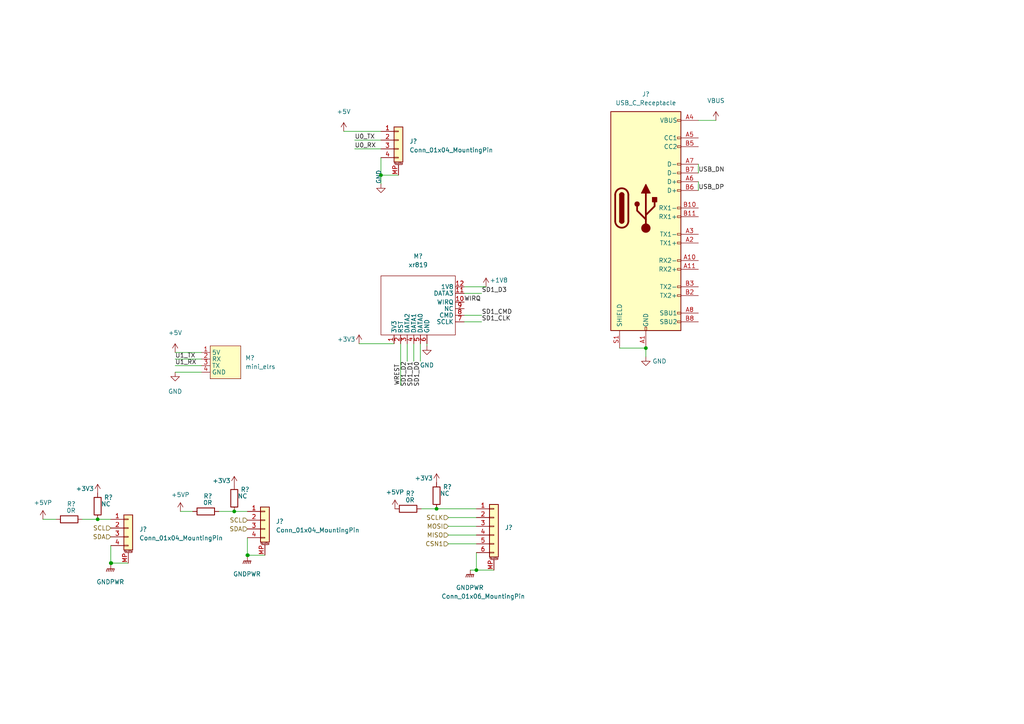
<source format=kicad_sch>
(kicad_sch (version 20211123) (generator eeschema)

  (uuid 00ca75e3-ee3f-43f1-88dc-9976951fccd7)

  (paper "A4")

  (lib_symbols
    (symbol "Connector:USB_C_Receptacle" (pin_names (offset 1.016)) (in_bom yes) (on_board yes)
      (property "Reference" "J" (id 0) (at -10.16 29.21 0)
        (effects (font (size 1.27 1.27)) (justify left))
      )
      (property "Value" "USB_C_Receptacle" (id 1) (at 10.16 29.21 0)
        (effects (font (size 1.27 1.27)) (justify right))
      )
      (property "Footprint" "" (id 2) (at 3.81 0 0)
        (effects (font (size 1.27 1.27)) hide)
      )
      (property "Datasheet" "https://www.usb.org/sites/default/files/documents/usb_type-c.zip" (id 3) (at 3.81 0 0)
        (effects (font (size 1.27 1.27)) hide)
      )
      (property "ki_keywords" "usb universal serial bus type-C full-featured" (id 4) (at 0 0 0)
        (effects (font (size 1.27 1.27)) hide)
      )
      (property "ki_description" "USB Full-Featured Type-C Receptacle connector" (id 5) (at 0 0 0)
        (effects (font (size 1.27 1.27)) hide)
      )
      (property "ki_fp_filters" "USB*C*Receptacle*" (id 6) (at 0 0 0)
        (effects (font (size 1.27 1.27)) hide)
      )
      (symbol "USB_C_Receptacle_0_0"
        (rectangle (start -0.254 -35.56) (end 0.254 -34.544)
          (stroke (width 0) (type default) (color 0 0 0 0))
          (fill (type none))
        )
        (rectangle (start 10.16 -32.766) (end 9.144 -33.274)
          (stroke (width 0) (type default) (color 0 0 0 0))
          (fill (type none))
        )
        (rectangle (start 10.16 -30.226) (end 9.144 -30.734)
          (stroke (width 0) (type default) (color 0 0 0 0))
          (fill (type none))
        )
        (rectangle (start 10.16 -25.146) (end 9.144 -25.654)
          (stroke (width 0) (type default) (color 0 0 0 0))
          (fill (type none))
        )
        (rectangle (start 10.16 -22.606) (end 9.144 -23.114)
          (stroke (width 0) (type default) (color 0 0 0 0))
          (fill (type none))
        )
        (rectangle (start 10.16 -17.526) (end 9.144 -18.034)
          (stroke (width 0) (type default) (color 0 0 0 0))
          (fill (type none))
        )
        (rectangle (start 10.16 -14.986) (end 9.144 -15.494)
          (stroke (width 0) (type default) (color 0 0 0 0))
          (fill (type none))
        )
        (rectangle (start 10.16 -9.906) (end 9.144 -10.414)
          (stroke (width 0) (type default) (color 0 0 0 0))
          (fill (type none))
        )
        (rectangle (start 10.16 -7.366) (end 9.144 -7.874)
          (stroke (width 0) (type default) (color 0 0 0 0))
          (fill (type none))
        )
        (rectangle (start 10.16 -2.286) (end 9.144 -2.794)
          (stroke (width 0) (type default) (color 0 0 0 0))
          (fill (type none))
        )
        (rectangle (start 10.16 0.254) (end 9.144 -0.254)
          (stroke (width 0) (type default) (color 0 0 0 0))
          (fill (type none))
        )
        (rectangle (start 10.16 5.334) (end 9.144 4.826)
          (stroke (width 0) (type default) (color 0 0 0 0))
          (fill (type none))
        )
        (rectangle (start 10.16 7.874) (end 9.144 7.366)
          (stroke (width 0) (type default) (color 0 0 0 0))
          (fill (type none))
        )
        (rectangle (start 10.16 10.414) (end 9.144 9.906)
          (stroke (width 0) (type default) (color 0 0 0 0))
          (fill (type none))
        )
        (rectangle (start 10.16 12.954) (end 9.144 12.446)
          (stroke (width 0) (type default) (color 0 0 0 0))
          (fill (type none))
        )
        (rectangle (start 10.16 18.034) (end 9.144 17.526)
          (stroke (width 0) (type default) (color 0 0 0 0))
          (fill (type none))
        )
        (rectangle (start 10.16 20.574) (end 9.144 20.066)
          (stroke (width 0) (type default) (color 0 0 0 0))
          (fill (type none))
        )
        (rectangle (start 10.16 25.654) (end 9.144 25.146)
          (stroke (width 0) (type default) (color 0 0 0 0))
          (fill (type none))
        )
      )
      (symbol "USB_C_Receptacle_0_1"
        (rectangle (start -10.16 27.94) (end 10.16 -35.56)
          (stroke (width 0.254) (type default) (color 0 0 0 0))
          (fill (type background))
        )
        (arc (start -8.89 -3.81) (mid -6.985 -5.715) (end -5.08 -3.81)
          (stroke (width 0.508) (type default) (color 0 0 0 0))
          (fill (type none))
        )
        (arc (start -7.62 -3.81) (mid -6.985 -4.445) (end -6.35 -3.81)
          (stroke (width 0.254) (type default) (color 0 0 0 0))
          (fill (type none))
        )
        (arc (start -7.62 -3.81) (mid -6.985 -4.445) (end -6.35 -3.81)
          (stroke (width 0.254) (type default) (color 0 0 0 0))
          (fill (type outline))
        )
        (rectangle (start -7.62 -3.81) (end -6.35 3.81)
          (stroke (width 0.254) (type default) (color 0 0 0 0))
          (fill (type outline))
        )
        (arc (start -6.35 3.81) (mid -6.985 4.445) (end -7.62 3.81)
          (stroke (width 0.254) (type default) (color 0 0 0 0))
          (fill (type none))
        )
        (arc (start -6.35 3.81) (mid -6.985 4.445) (end -7.62 3.81)
          (stroke (width 0.254) (type default) (color 0 0 0 0))
          (fill (type outline))
        )
        (arc (start -5.08 3.81) (mid -6.985 5.715) (end -8.89 3.81)
          (stroke (width 0.508) (type default) (color 0 0 0 0))
          (fill (type none))
        )
        (polyline
          (pts
            (xy -8.89 -3.81)
            (xy -8.89 3.81)
          )
          (stroke (width 0.508) (type default) (color 0 0 0 0))
          (fill (type none))
        )
        (polyline
          (pts
            (xy -5.08 3.81)
            (xy -5.08 -3.81)
          )
          (stroke (width 0.508) (type default) (color 0 0 0 0))
          (fill (type none))
        )
      )
      (symbol "USB_C_Receptacle_1_1"
        (circle (center -2.54 1.143) (radius 0.635)
          (stroke (width 0.254) (type default) (color 0 0 0 0))
          (fill (type outline))
        )
        (circle (center 0 -5.842) (radius 1.27)
          (stroke (width 0) (type default) (color 0 0 0 0))
          (fill (type outline))
        )
        (polyline
          (pts
            (xy 0 -5.842)
            (xy 0 4.318)
          )
          (stroke (width 0.508) (type default) (color 0 0 0 0))
          (fill (type none))
        )
        (polyline
          (pts
            (xy 0 -3.302)
            (xy -2.54 -0.762)
            (xy -2.54 0.508)
          )
          (stroke (width 0.508) (type default) (color 0 0 0 0))
          (fill (type none))
        )
        (polyline
          (pts
            (xy 0 -2.032)
            (xy 2.54 0.508)
            (xy 2.54 1.778)
          )
          (stroke (width 0.508) (type default) (color 0 0 0 0))
          (fill (type none))
        )
        (polyline
          (pts
            (xy -1.27 4.318)
            (xy 0 6.858)
            (xy 1.27 4.318)
            (xy -1.27 4.318)
          )
          (stroke (width 0.254) (type default) (color 0 0 0 0))
          (fill (type outline))
        )
        (rectangle (start 1.905 1.778) (end 3.175 3.048)
          (stroke (width 0.254) (type default) (color 0 0 0 0))
          (fill (type outline))
        )
        (pin passive line (at 0 -40.64 90) (length 5.08)
          (name "GND" (effects (font (size 1.27 1.27))))
          (number "A1" (effects (font (size 1.27 1.27))))
        )
        (pin bidirectional line (at 15.24 -15.24 180) (length 5.08)
          (name "RX2-" (effects (font (size 1.27 1.27))))
          (number "A10" (effects (font (size 1.27 1.27))))
        )
        (pin bidirectional line (at 15.24 -17.78 180) (length 5.08)
          (name "RX2+" (effects (font (size 1.27 1.27))))
          (number "A11" (effects (font (size 1.27 1.27))))
        )
        (pin passive line (at 0 -40.64 90) (length 5.08) hide
          (name "GND" (effects (font (size 1.27 1.27))))
          (number "A12" (effects (font (size 1.27 1.27))))
        )
        (pin bidirectional line (at 15.24 -10.16 180) (length 5.08)
          (name "TX1+" (effects (font (size 1.27 1.27))))
          (number "A2" (effects (font (size 1.27 1.27))))
        )
        (pin bidirectional line (at 15.24 -7.62 180) (length 5.08)
          (name "TX1-" (effects (font (size 1.27 1.27))))
          (number "A3" (effects (font (size 1.27 1.27))))
        )
        (pin passive line (at 15.24 25.4 180) (length 5.08)
          (name "VBUS" (effects (font (size 1.27 1.27))))
          (number "A4" (effects (font (size 1.27 1.27))))
        )
        (pin bidirectional line (at 15.24 20.32 180) (length 5.08)
          (name "CC1" (effects (font (size 1.27 1.27))))
          (number "A5" (effects (font (size 1.27 1.27))))
        )
        (pin bidirectional line (at 15.24 7.62 180) (length 5.08)
          (name "D+" (effects (font (size 1.27 1.27))))
          (number "A6" (effects (font (size 1.27 1.27))))
        )
        (pin bidirectional line (at 15.24 12.7 180) (length 5.08)
          (name "D-" (effects (font (size 1.27 1.27))))
          (number "A7" (effects (font (size 1.27 1.27))))
        )
        (pin bidirectional line (at 15.24 -30.48 180) (length 5.08)
          (name "SBU1" (effects (font (size 1.27 1.27))))
          (number "A8" (effects (font (size 1.27 1.27))))
        )
        (pin passive line (at 15.24 25.4 180) (length 5.08) hide
          (name "VBUS" (effects (font (size 1.27 1.27))))
          (number "A9" (effects (font (size 1.27 1.27))))
        )
        (pin passive line (at 0 -40.64 90) (length 5.08) hide
          (name "GND" (effects (font (size 1.27 1.27))))
          (number "B1" (effects (font (size 1.27 1.27))))
        )
        (pin bidirectional line (at 15.24 0 180) (length 5.08)
          (name "RX1-" (effects (font (size 1.27 1.27))))
          (number "B10" (effects (font (size 1.27 1.27))))
        )
        (pin bidirectional line (at 15.24 -2.54 180) (length 5.08)
          (name "RX1+" (effects (font (size 1.27 1.27))))
          (number "B11" (effects (font (size 1.27 1.27))))
        )
        (pin passive line (at 0 -40.64 90) (length 5.08) hide
          (name "GND" (effects (font (size 1.27 1.27))))
          (number "B12" (effects (font (size 1.27 1.27))))
        )
        (pin bidirectional line (at 15.24 -25.4 180) (length 5.08)
          (name "TX2+" (effects (font (size 1.27 1.27))))
          (number "B2" (effects (font (size 1.27 1.27))))
        )
        (pin bidirectional line (at 15.24 -22.86 180) (length 5.08)
          (name "TX2-" (effects (font (size 1.27 1.27))))
          (number "B3" (effects (font (size 1.27 1.27))))
        )
        (pin passive line (at 15.24 25.4 180) (length 5.08) hide
          (name "VBUS" (effects (font (size 1.27 1.27))))
          (number "B4" (effects (font (size 1.27 1.27))))
        )
        (pin bidirectional line (at 15.24 17.78 180) (length 5.08)
          (name "CC2" (effects (font (size 1.27 1.27))))
          (number "B5" (effects (font (size 1.27 1.27))))
        )
        (pin bidirectional line (at 15.24 5.08 180) (length 5.08)
          (name "D+" (effects (font (size 1.27 1.27))))
          (number "B6" (effects (font (size 1.27 1.27))))
        )
        (pin bidirectional line (at 15.24 10.16 180) (length 5.08)
          (name "D-" (effects (font (size 1.27 1.27))))
          (number "B7" (effects (font (size 1.27 1.27))))
        )
        (pin bidirectional line (at 15.24 -33.02 180) (length 5.08)
          (name "SBU2" (effects (font (size 1.27 1.27))))
          (number "B8" (effects (font (size 1.27 1.27))))
        )
        (pin passive line (at 15.24 25.4 180) (length 5.08) hide
          (name "VBUS" (effects (font (size 1.27 1.27))))
          (number "B9" (effects (font (size 1.27 1.27))))
        )
        (pin passive line (at -7.62 -40.64 90) (length 5.08)
          (name "SHIELD" (effects (font (size 1.27 1.27))))
          (number "S1" (effects (font (size 1.27 1.27))))
        )
      )
    )
    (symbol "Connector_Generic_MountingPin:Conn_01x04_MountingPin" (pin_names (offset 1.016) hide) (in_bom yes) (on_board yes)
      (property "Reference" "J" (id 0) (at 0 5.08 0)
        (effects (font (size 1.27 1.27)))
      )
      (property "Value" "Conn_01x04_MountingPin" (id 1) (at 1.27 -7.62 0)
        (effects (font (size 1.27 1.27)) (justify left))
      )
      (property "Footprint" "" (id 2) (at 0 0 0)
        (effects (font (size 1.27 1.27)) hide)
      )
      (property "Datasheet" "~" (id 3) (at 0 0 0)
        (effects (font (size 1.27 1.27)) hide)
      )
      (property "ki_keywords" "connector" (id 4) (at 0 0 0)
        (effects (font (size 1.27 1.27)) hide)
      )
      (property "ki_description" "Generic connectable mounting pin connector, single row, 01x04, script generated (kicad-library-utils/schlib/autogen/connector/)" (id 5) (at 0 0 0)
        (effects (font (size 1.27 1.27)) hide)
      )
      (property "ki_fp_filters" "Connector*:*_1x??-1MP*" (id 6) (at 0 0 0)
        (effects (font (size 1.27 1.27)) hide)
      )
      (symbol "Conn_01x04_MountingPin_1_1"
        (rectangle (start -1.27 -4.953) (end 0 -5.207)
          (stroke (width 0.1524) (type default) (color 0 0 0 0))
          (fill (type none))
        )
        (rectangle (start -1.27 -2.413) (end 0 -2.667)
          (stroke (width 0.1524) (type default) (color 0 0 0 0))
          (fill (type none))
        )
        (rectangle (start -1.27 0.127) (end 0 -0.127)
          (stroke (width 0.1524) (type default) (color 0 0 0 0))
          (fill (type none))
        )
        (rectangle (start -1.27 2.667) (end 0 2.413)
          (stroke (width 0.1524) (type default) (color 0 0 0 0))
          (fill (type none))
        )
        (rectangle (start -1.27 3.81) (end 1.27 -6.35)
          (stroke (width 0.254) (type default) (color 0 0 0 0))
          (fill (type background))
        )
        (polyline
          (pts
            (xy -1.016 -7.112)
            (xy 1.016 -7.112)
          )
          (stroke (width 0.1524) (type default) (color 0 0 0 0))
          (fill (type none))
        )
        (text "Mounting" (at 0 -6.731 0)
          (effects (font (size 0.381 0.381)))
        )
        (pin passive line (at -5.08 2.54 0) (length 3.81)
          (name "Pin_1" (effects (font (size 1.27 1.27))))
          (number "1" (effects (font (size 1.27 1.27))))
        )
        (pin passive line (at -5.08 0 0) (length 3.81)
          (name "Pin_2" (effects (font (size 1.27 1.27))))
          (number "2" (effects (font (size 1.27 1.27))))
        )
        (pin passive line (at -5.08 -2.54 0) (length 3.81)
          (name "Pin_3" (effects (font (size 1.27 1.27))))
          (number "3" (effects (font (size 1.27 1.27))))
        )
        (pin passive line (at -5.08 -5.08 0) (length 3.81)
          (name "Pin_4" (effects (font (size 1.27 1.27))))
          (number "4" (effects (font (size 1.27 1.27))))
        )
        (pin passive line (at 0 -10.16 90) (length 3.048)
          (name "MountPin" (effects (font (size 1.27 1.27))))
          (number "MP" (effects (font (size 1.27 1.27))))
        )
      )
    )
    (symbol "Connector_Generic_MountingPin:Conn_01x06_MountingPin" (pin_names (offset 1.016) hide) (in_bom yes) (on_board yes)
      (property "Reference" "J" (id 0) (at 0 7.62 0)
        (effects (font (size 1.27 1.27)))
      )
      (property "Value" "Conn_01x06_MountingPin" (id 1) (at 1.27 -10.16 0)
        (effects (font (size 1.27 1.27)) (justify left))
      )
      (property "Footprint" "" (id 2) (at 0 0 0)
        (effects (font (size 1.27 1.27)) hide)
      )
      (property "Datasheet" "~" (id 3) (at 0 0 0)
        (effects (font (size 1.27 1.27)) hide)
      )
      (property "ki_keywords" "connector" (id 4) (at 0 0 0)
        (effects (font (size 1.27 1.27)) hide)
      )
      (property "ki_description" "Generic connectable mounting pin connector, single row, 01x06, script generated (kicad-library-utils/schlib/autogen/connector/)" (id 5) (at 0 0 0)
        (effects (font (size 1.27 1.27)) hide)
      )
      (property "ki_fp_filters" "Connector*:*_1x??-1MP*" (id 6) (at 0 0 0)
        (effects (font (size 1.27 1.27)) hide)
      )
      (symbol "Conn_01x06_MountingPin_1_1"
        (rectangle (start -1.27 -7.493) (end 0 -7.747)
          (stroke (width 0.1524) (type default) (color 0 0 0 0))
          (fill (type none))
        )
        (rectangle (start -1.27 -4.953) (end 0 -5.207)
          (stroke (width 0.1524) (type default) (color 0 0 0 0))
          (fill (type none))
        )
        (rectangle (start -1.27 -2.413) (end 0 -2.667)
          (stroke (width 0.1524) (type default) (color 0 0 0 0))
          (fill (type none))
        )
        (rectangle (start -1.27 0.127) (end 0 -0.127)
          (stroke (width 0.1524) (type default) (color 0 0 0 0))
          (fill (type none))
        )
        (rectangle (start -1.27 2.667) (end 0 2.413)
          (stroke (width 0.1524) (type default) (color 0 0 0 0))
          (fill (type none))
        )
        (rectangle (start -1.27 5.207) (end 0 4.953)
          (stroke (width 0.1524) (type default) (color 0 0 0 0))
          (fill (type none))
        )
        (rectangle (start -1.27 6.35) (end 1.27 -8.89)
          (stroke (width 0.254) (type default) (color 0 0 0 0))
          (fill (type background))
        )
        (polyline
          (pts
            (xy -1.016 -9.652)
            (xy 1.016 -9.652)
          )
          (stroke (width 0.1524) (type default) (color 0 0 0 0))
          (fill (type none))
        )
        (text "Mounting" (at 0 -9.271 0)
          (effects (font (size 0.381 0.381)))
        )
        (pin passive line (at -5.08 5.08 0) (length 3.81)
          (name "Pin_1" (effects (font (size 1.27 1.27))))
          (number "1" (effects (font (size 1.27 1.27))))
        )
        (pin passive line (at -5.08 2.54 0) (length 3.81)
          (name "Pin_2" (effects (font (size 1.27 1.27))))
          (number "2" (effects (font (size 1.27 1.27))))
        )
        (pin passive line (at -5.08 0 0) (length 3.81)
          (name "Pin_3" (effects (font (size 1.27 1.27))))
          (number "3" (effects (font (size 1.27 1.27))))
        )
        (pin passive line (at -5.08 -2.54 0) (length 3.81)
          (name "Pin_4" (effects (font (size 1.27 1.27))))
          (number "4" (effects (font (size 1.27 1.27))))
        )
        (pin passive line (at -5.08 -5.08 0) (length 3.81)
          (name "Pin_5" (effects (font (size 1.27 1.27))))
          (number "5" (effects (font (size 1.27 1.27))))
        )
        (pin passive line (at -5.08 -7.62 0) (length 3.81)
          (name "Pin_6" (effects (font (size 1.27 1.27))))
          (number "6" (effects (font (size 1.27 1.27))))
        )
        (pin passive line (at 0 -12.7 90) (length 3.048)
          (name "MountPin" (effects (font (size 1.27 1.27))))
          (number "MP" (effects (font (size 1.27 1.27))))
        )
      )
    )
    (symbol "Device:R" (pin_numbers hide) (pin_names (offset 0)) (in_bom yes) (on_board yes)
      (property "Reference" "R" (id 0) (at 2.032 0 90)
        (effects (font (size 1.27 1.27)))
      )
      (property "Value" "R" (id 1) (at 0 0 90)
        (effects (font (size 1.27 1.27)))
      )
      (property "Footprint" "" (id 2) (at -1.778 0 90)
        (effects (font (size 1.27 1.27)) hide)
      )
      (property "Datasheet" "~" (id 3) (at 0 0 0)
        (effects (font (size 1.27 1.27)) hide)
      )
      (property "ki_keywords" "R res resistor" (id 4) (at 0 0 0)
        (effects (font (size 1.27 1.27)) hide)
      )
      (property "ki_description" "Resistor" (id 5) (at 0 0 0)
        (effects (font (size 1.27 1.27)) hide)
      )
      (property "ki_fp_filters" "R_*" (id 6) (at 0 0 0)
        (effects (font (size 1.27 1.27)) hide)
      )
      (symbol "R_0_1"
        (rectangle (start -1.016 -2.54) (end 1.016 2.54)
          (stroke (width 0.254) (type default) (color 0 0 0 0))
          (fill (type none))
        )
      )
      (symbol "R_1_1"
        (pin passive line (at 0 3.81 270) (length 1.27)
          (name "~" (effects (font (size 1.27 1.27))))
          (number "1" (effects (font (size 1.27 1.27))))
        )
        (pin passive line (at 0 -3.81 90) (length 1.27)
          (name "~" (effects (font (size 1.27 1.27))))
          (number "2" (effects (font (size 1.27 1.27))))
        )
      )
    )
    (symbol "modules:mini_elrs" (in_bom yes) (on_board yes)
      (property "Reference" "M" (id 0) (at 0 0 0)
        (effects (font (size 1.27 1.27)))
      )
      (property "Value" "mini_elrs" (id 1) (at 0 2.54 0)
        (effects (font (size 1.27 1.27)))
      )
      (property "Footprint" "ic_footprint:mini_elrs" (id 2) (at 0 0 0)
        (effects (font (size 1.27 1.27)) hide)
      )
      (property "Datasheet" "" (id 3) (at 0 0 0)
        (effects (font (size 1.27 1.27)) hide)
      )
      (symbol "mini_elrs_0_1"
        (rectangle (start -1.27 -1.27) (end 7.62 -10.795)
          (stroke (width 0) (type default) (color 0 0 0 0))
          (fill (type background))
        )
      )
      (symbol "mini_elrs_1_1"
        (pin power_in line (at -3.81 -3.175 0) (length 2.54)
          (name "5V" (effects (font (size 1.27 1.27))))
          (number "1" (effects (font (size 1.27 1.27))))
        )
        (pin input line (at -3.81 -5.08 0) (length 2.54)
          (name "RX" (effects (font (size 1.27 1.27))))
          (number "2" (effects (font (size 1.27 1.27))))
        )
        (pin input line (at -3.81 -6.985 0) (length 2.54)
          (name "TX" (effects (font (size 1.27 1.27))))
          (number "3" (effects (font (size 1.27 1.27))))
        )
        (pin power_in line (at -3.81 -8.89 0) (length 2.54)
          (name "GND" (effects (font (size 1.27 1.27))))
          (number "4" (effects (font (size 1.27 1.27))))
        )
      )
    )
    (symbol "modules:xr819" (in_bom yes) (on_board yes)
      (property "Reference" "M" (id 0) (at -3.175 1.905 0)
        (effects (font (size 1.27 1.27)))
      )
      (property "Value" "xr819" (id 1) (at 1.27 12.7 0)
        (effects (font (size 1.27 1.27)))
      )
      (property "Footprint" "ic_footprint:xr819_module" (id 2) (at 0.635 1.27 0)
        (effects (font (size 1.27 1.27)) hide)
      )
      (property "Datasheet" "" (id 3) (at 0.635 1.27 0)
        (effects (font (size 1.27 1.27)) hide)
      )
      (symbol "xr819_0_1"
        (rectangle (start -1.27 10.795) (end 20.32 -6.35)
          (stroke (width 0) (type default) (color 0 0 0 0))
          (fill (type none))
        )
      )
      (symbol "xr819_1_1"
        (pin power_in line (at 2.54 -8.89 90) (length 2.54)
          (name "3V3" (effects (font (size 1.27 1.27))))
          (number "1" (effects (font (size 1.27 1.27))))
        )
        (pin input line (at 22.86 3.175 180) (length 2.54)
          (name "WIRQ" (effects (font (size 1.27 1.27))))
          (number "10" (effects (font (size 1.27 1.27))))
        )
        (pin input line (at 22.86 5.715 180) (length 2.54)
          (name "DATA3" (effects (font (size 1.27 1.27))))
          (number "11" (effects (font (size 1.27 1.27))))
        )
        (pin power_in line (at 22.86 7.62 180) (length 2.54)
          (name "1V8" (effects (font (size 1.27 1.27))))
          (number "12" (effects (font (size 1.27 1.27))))
        )
        (pin input line (at 4.445 -8.89 90) (length 2.54)
          (name "RST" (effects (font (size 1.27 1.27))))
          (number "2" (effects (font (size 1.27 1.27))))
        )
        (pin input line (at 6.35 -8.89 90) (length 2.54)
          (name "DATA2" (effects (font (size 1.27 1.27))))
          (number "3" (effects (font (size 1.27 1.27))))
        )
        (pin input line (at 8.255 -8.89 90) (length 2.54)
          (name "DATA1" (effects (font (size 1.27 1.27))))
          (number "4" (effects (font (size 1.27 1.27))))
        )
        (pin input line (at 10.16 -8.89 90) (length 2.54)
          (name "DATA0" (effects (font (size 1.27 1.27))))
          (number "5" (effects (font (size 1.27 1.27))))
        )
        (pin input line (at 12.065 -8.89 90) (length 2.54)
          (name "GND" (effects (font (size 1.27 1.27))))
          (number "6" (effects (font (size 1.27 1.27))))
        )
        (pin input line (at 22.86 -2.54 180) (length 2.54)
          (name "SCLK" (effects (font (size 1.27 1.27))))
          (number "7" (effects (font (size 1.27 1.27))))
        )
        (pin input line (at 22.86 -0.635 180) (length 2.54)
          (name "CMD" (effects (font (size 1.27 1.27))))
          (number "8" (effects (font (size 1.27 1.27))))
        )
        (pin input line (at 22.86 1.27 180) (length 2.54)
          (name "NC" (effects (font (size 1.27 1.27))))
          (number "9" (effects (font (size 1.27 1.27))))
        )
      )
    )
    (symbol "power:+1V8" (power) (pin_names (offset 0)) (in_bom yes) (on_board yes)
      (property "Reference" "#PWR" (id 0) (at 0 -3.81 0)
        (effects (font (size 1.27 1.27)) hide)
      )
      (property "Value" "+1V8" (id 1) (at 0 3.556 0)
        (effects (font (size 1.27 1.27)))
      )
      (property "Footprint" "" (id 2) (at 0 0 0)
        (effects (font (size 1.27 1.27)) hide)
      )
      (property "Datasheet" "" (id 3) (at 0 0 0)
        (effects (font (size 1.27 1.27)) hide)
      )
      (property "ki_keywords" "power-flag" (id 4) (at 0 0 0)
        (effects (font (size 1.27 1.27)) hide)
      )
      (property "ki_description" "Power symbol creates a global label with name \"+1V8\"" (id 5) (at 0 0 0)
        (effects (font (size 1.27 1.27)) hide)
      )
      (symbol "+1V8_0_1"
        (polyline
          (pts
            (xy -0.762 1.27)
            (xy 0 2.54)
          )
          (stroke (width 0) (type default) (color 0 0 0 0))
          (fill (type none))
        )
        (polyline
          (pts
            (xy 0 0)
            (xy 0 2.54)
          )
          (stroke (width 0) (type default) (color 0 0 0 0))
          (fill (type none))
        )
        (polyline
          (pts
            (xy 0 2.54)
            (xy 0.762 1.27)
          )
          (stroke (width 0) (type default) (color 0 0 0 0))
          (fill (type none))
        )
      )
      (symbol "+1V8_1_1"
        (pin power_in line (at 0 0 90) (length 0) hide
          (name "+1V8" (effects (font (size 1.27 1.27))))
          (number "1" (effects (font (size 1.27 1.27))))
        )
      )
    )
    (symbol "power:+3V3" (power) (pin_names (offset 0)) (in_bom yes) (on_board yes)
      (property "Reference" "#PWR" (id 0) (at 0 -3.81 0)
        (effects (font (size 1.27 1.27)) hide)
      )
      (property "Value" "+3V3" (id 1) (at 0 3.556 0)
        (effects (font (size 1.27 1.27)))
      )
      (property "Footprint" "" (id 2) (at 0 0 0)
        (effects (font (size 1.27 1.27)) hide)
      )
      (property "Datasheet" "" (id 3) (at 0 0 0)
        (effects (font (size 1.27 1.27)) hide)
      )
      (property "ki_keywords" "power-flag" (id 4) (at 0 0 0)
        (effects (font (size 1.27 1.27)) hide)
      )
      (property "ki_description" "Power symbol creates a global label with name \"+3V3\"" (id 5) (at 0 0 0)
        (effects (font (size 1.27 1.27)) hide)
      )
      (symbol "+3V3_0_1"
        (polyline
          (pts
            (xy -0.762 1.27)
            (xy 0 2.54)
          )
          (stroke (width 0) (type default) (color 0 0 0 0))
          (fill (type none))
        )
        (polyline
          (pts
            (xy 0 0)
            (xy 0 2.54)
          )
          (stroke (width 0) (type default) (color 0 0 0 0))
          (fill (type none))
        )
        (polyline
          (pts
            (xy 0 2.54)
            (xy 0.762 1.27)
          )
          (stroke (width 0) (type default) (color 0 0 0 0))
          (fill (type none))
        )
      )
      (symbol "+3V3_1_1"
        (pin power_in line (at 0 0 90) (length 0) hide
          (name "+3V3" (effects (font (size 1.27 1.27))))
          (number "1" (effects (font (size 1.27 1.27))))
        )
      )
    )
    (symbol "power:+5V" (power) (pin_names (offset 0)) (in_bom yes) (on_board yes)
      (property "Reference" "#PWR" (id 0) (at 0 -3.81 0)
        (effects (font (size 1.27 1.27)) hide)
      )
      (property "Value" "+5V" (id 1) (at 0 3.556 0)
        (effects (font (size 1.27 1.27)))
      )
      (property "Footprint" "" (id 2) (at 0 0 0)
        (effects (font (size 1.27 1.27)) hide)
      )
      (property "Datasheet" "" (id 3) (at 0 0 0)
        (effects (font (size 1.27 1.27)) hide)
      )
      (property "ki_keywords" "power-flag" (id 4) (at 0 0 0)
        (effects (font (size 1.27 1.27)) hide)
      )
      (property "ki_description" "Power symbol creates a global label with name \"+5V\"" (id 5) (at 0 0 0)
        (effects (font (size 1.27 1.27)) hide)
      )
      (symbol "+5V_0_1"
        (polyline
          (pts
            (xy -0.762 1.27)
            (xy 0 2.54)
          )
          (stroke (width 0) (type default) (color 0 0 0 0))
          (fill (type none))
        )
        (polyline
          (pts
            (xy 0 0)
            (xy 0 2.54)
          )
          (stroke (width 0) (type default) (color 0 0 0 0))
          (fill (type none))
        )
        (polyline
          (pts
            (xy 0 2.54)
            (xy 0.762 1.27)
          )
          (stroke (width 0) (type default) (color 0 0 0 0))
          (fill (type none))
        )
      )
      (symbol "+5V_1_1"
        (pin power_in line (at 0 0 90) (length 0) hide
          (name "+5V" (effects (font (size 1.27 1.27))))
          (number "1" (effects (font (size 1.27 1.27))))
        )
      )
    )
    (symbol "power:+5VP" (power) (pin_names (offset 0)) (in_bom yes) (on_board yes)
      (property "Reference" "#PWR" (id 0) (at 0 -3.81 0)
        (effects (font (size 1.27 1.27)) hide)
      )
      (property "Value" "+5VP" (id 1) (at 0 3.556 0)
        (effects (font (size 1.27 1.27)))
      )
      (property "Footprint" "" (id 2) (at 0 0 0)
        (effects (font (size 1.27 1.27)) hide)
      )
      (property "Datasheet" "" (id 3) (at 0 0 0)
        (effects (font (size 1.27 1.27)) hide)
      )
      (property "ki_keywords" "power-flag" (id 4) (at 0 0 0)
        (effects (font (size 1.27 1.27)) hide)
      )
      (property "ki_description" "Power symbol creates a global label with name \"+5VP\"" (id 5) (at 0 0 0)
        (effects (font (size 1.27 1.27)) hide)
      )
      (symbol "+5VP_0_1"
        (polyline
          (pts
            (xy -0.762 1.27)
            (xy 0 2.54)
          )
          (stroke (width 0) (type default) (color 0 0 0 0))
          (fill (type none))
        )
        (polyline
          (pts
            (xy 0 0)
            (xy 0 2.54)
          )
          (stroke (width 0) (type default) (color 0 0 0 0))
          (fill (type none))
        )
        (polyline
          (pts
            (xy 0 2.54)
            (xy 0.762 1.27)
          )
          (stroke (width 0) (type default) (color 0 0 0 0))
          (fill (type none))
        )
      )
      (symbol "+5VP_1_1"
        (pin power_in line (at 0 0 90) (length 0) hide
          (name "+5VP" (effects (font (size 1.27 1.27))))
          (number "1" (effects (font (size 1.27 1.27))))
        )
      )
    )
    (symbol "power:GND" (power) (pin_names (offset 0)) (in_bom yes) (on_board yes)
      (property "Reference" "#PWR" (id 0) (at 0 -6.35 0)
        (effects (font (size 1.27 1.27)) hide)
      )
      (property "Value" "GND" (id 1) (at 0 -3.81 0)
        (effects (font (size 1.27 1.27)))
      )
      (property "Footprint" "" (id 2) (at 0 0 0)
        (effects (font (size 1.27 1.27)) hide)
      )
      (property "Datasheet" "" (id 3) (at 0 0 0)
        (effects (font (size 1.27 1.27)) hide)
      )
      (property "ki_keywords" "power-flag" (id 4) (at 0 0 0)
        (effects (font (size 1.27 1.27)) hide)
      )
      (property "ki_description" "Power symbol creates a global label with name \"GND\" , ground" (id 5) (at 0 0 0)
        (effects (font (size 1.27 1.27)) hide)
      )
      (symbol "GND_0_1"
        (polyline
          (pts
            (xy 0 0)
            (xy 0 -1.27)
            (xy 1.27 -1.27)
            (xy 0 -2.54)
            (xy -1.27 -1.27)
            (xy 0 -1.27)
          )
          (stroke (width 0) (type default) (color 0 0 0 0))
          (fill (type none))
        )
      )
      (symbol "GND_1_1"
        (pin power_in line (at 0 0 270) (length 0) hide
          (name "GND" (effects (font (size 1.27 1.27))))
          (number "1" (effects (font (size 1.27 1.27))))
        )
      )
    )
    (symbol "power:GNDPWR" (power) (pin_names (offset 0)) (in_bom yes) (on_board yes)
      (property "Reference" "#PWR" (id 0) (at 0 -5.08 0)
        (effects (font (size 1.27 1.27)) hide)
      )
      (property "Value" "GNDPWR" (id 1) (at 0 -3.302 0)
        (effects (font (size 1.27 1.27)))
      )
      (property "Footprint" "" (id 2) (at 0 -1.27 0)
        (effects (font (size 1.27 1.27)) hide)
      )
      (property "Datasheet" "" (id 3) (at 0 -1.27 0)
        (effects (font (size 1.27 1.27)) hide)
      )
      (property "ki_keywords" "power-flag" (id 4) (at 0 0 0)
        (effects (font (size 1.27 1.27)) hide)
      )
      (property "ki_description" "Power symbol creates a global label with name \"GNDPWR\" , power ground" (id 5) (at 0 0 0)
        (effects (font (size 1.27 1.27)) hide)
      )
      (symbol "GNDPWR_0_1"
        (polyline
          (pts
            (xy 0 -1.27)
            (xy 0 0)
          )
          (stroke (width 0) (type default) (color 0 0 0 0))
          (fill (type none))
        )
        (polyline
          (pts
            (xy -1.016 -1.27)
            (xy -1.27 -2.032)
            (xy -1.27 -2.032)
          )
          (stroke (width 0.2032) (type default) (color 0 0 0 0))
          (fill (type none))
        )
        (polyline
          (pts
            (xy -0.508 -1.27)
            (xy -0.762 -2.032)
            (xy -0.762 -2.032)
          )
          (stroke (width 0.2032) (type default) (color 0 0 0 0))
          (fill (type none))
        )
        (polyline
          (pts
            (xy 0 -1.27)
            (xy -0.254 -2.032)
            (xy -0.254 -2.032)
          )
          (stroke (width 0.2032) (type default) (color 0 0 0 0))
          (fill (type none))
        )
        (polyline
          (pts
            (xy 0.508 -1.27)
            (xy 0.254 -2.032)
            (xy 0.254 -2.032)
          )
          (stroke (width 0.2032) (type default) (color 0 0 0 0))
          (fill (type none))
        )
        (polyline
          (pts
            (xy 1.016 -1.27)
            (xy -1.016 -1.27)
            (xy -1.016 -1.27)
          )
          (stroke (width 0.2032) (type default) (color 0 0 0 0))
          (fill (type none))
        )
        (polyline
          (pts
            (xy 1.016 -1.27)
            (xy 0.762 -2.032)
            (xy 0.762 -2.032)
            (xy 0.762 -2.032)
          )
          (stroke (width 0.2032) (type default) (color 0 0 0 0))
          (fill (type none))
        )
      )
      (symbol "GNDPWR_1_1"
        (pin power_in line (at 0 0 270) (length 0) hide
          (name "GNDPWR" (effects (font (size 1.27 1.27))))
          (number "1" (effects (font (size 1.27 1.27))))
        )
      )
    )
    (symbol "power:VBUS" (power) (pin_names (offset 0)) (in_bom yes) (on_board yes)
      (property "Reference" "#PWR" (id 0) (at 0 -3.81 0)
        (effects (font (size 1.27 1.27)) hide)
      )
      (property "Value" "VBUS" (id 1) (at 0 3.81 0)
        (effects (font (size 1.27 1.27)))
      )
      (property "Footprint" "" (id 2) (at 0 0 0)
        (effects (font (size 1.27 1.27)) hide)
      )
      (property "Datasheet" "" (id 3) (at 0 0 0)
        (effects (font (size 1.27 1.27)) hide)
      )
      (property "ki_keywords" "power-flag" (id 4) (at 0 0 0)
        (effects (font (size 1.27 1.27)) hide)
      )
      (property "ki_description" "Power symbol creates a global label with name \"VBUS\"" (id 5) (at 0 0 0)
        (effects (font (size 1.27 1.27)) hide)
      )
      (symbol "VBUS_0_1"
        (polyline
          (pts
            (xy -0.762 1.27)
            (xy 0 2.54)
          )
          (stroke (width 0) (type default) (color 0 0 0 0))
          (fill (type none))
        )
        (polyline
          (pts
            (xy 0 0)
            (xy 0 2.54)
          )
          (stroke (width 0) (type default) (color 0 0 0 0))
          (fill (type none))
        )
        (polyline
          (pts
            (xy 0 2.54)
            (xy 0.762 1.27)
          )
          (stroke (width 0) (type default) (color 0 0 0 0))
          (fill (type none))
        )
      )
      (symbol "VBUS_1_1"
        (pin power_in line (at 0 0 90) (length 0) hide
          (name "VBUS" (effects (font (size 1.27 1.27))))
          (number "1" (effects (font (size 1.27 1.27))))
        )
      )
    )
  )

  (junction (at 187.325 100.965) (diameter 0) (color 0 0 0 0)
    (uuid 0737d9d1-0c28-4004-926c-fbc593bdb67f)
  )
  (junction (at 71.755 161.036) (diameter 0) (color 0 0 0 0)
    (uuid 27b785d9-355f-42e4-8ce3-df5700a28a97)
  )
  (junction (at 28.321 150.622) (diameter 0) (color 0 0 0 0)
    (uuid 3689b25c-8396-4c7a-97ce-77ca0fb0dcbd)
  )
  (junction (at 126.619 147.574) (diameter 0) (color 0 0 0 0)
    (uuid 65b8b17e-9850-49e6-a6fe-85165e320994)
  )
  (junction (at 138.176 165.354) (diameter 0) (color 0 0 0 0)
    (uuid 75cdcb5d-f7bc-4092-bd5c-039d032d6bda)
  )
  (junction (at 67.945 148.336) (diameter 0) (color 0 0 0 0)
    (uuid 8547b91f-999d-48f8-91f2-fb9e4458424e)
  )
  (junction (at 32.258 163.322) (diameter 0) (color 0 0 0 0)
    (uuid 909bf898-e6ac-4cc6-a2af-acb9e039cc9d)
  )
  (junction (at 71.882 161.036) (diameter 0) (color 0 0 0 0)
    (uuid a07eaa9c-f38e-4dd7-a64c-9f17fd551f25)
  )
  (junction (at 110.49 50.8) (diameter 0) (color 0 0 0 0)
    (uuid b1a925ad-b287-4034-84bb-fb8604e372e5)
  )
  (junction (at 32.131 163.322) (diameter 0) (color 0 0 0 0)
    (uuid d18e6112-db84-4a1c-9c43-d39895e2f9f3)
  )

  (wire (pts (xy 140.97 83.185) (xy 134.62 83.185))
    (stroke (width 0) (type default) (color 0 0 0 0))
    (uuid 015a0eee-d830-48af-aabd-c1902cf3e8ae)
  )
  (wire (pts (xy 118.11 104.775) (xy 118.11 99.695))
    (stroke (width 0) (type default) (color 0 0 0 0))
    (uuid 019fb941-ef31-47da-9458-a804a3ad63a4)
  )
  (wire (pts (xy 187.325 103.505) (xy 187.325 100.965))
    (stroke (width 0) (type default) (color 0 0 0 0))
    (uuid 1887c267-76ce-4492-a368-48dc318c2520)
  )
  (wire (pts (xy 67.945 148.336) (xy 71.755 148.336))
    (stroke (width 0) (type default) (color 0 0 0 0))
    (uuid 19ab4274-2868-4e25-b2df-999d7e79149c)
  )
  (wire (pts (xy 104.14 99.695) (xy 114.3 99.695))
    (stroke (width 0) (type default) (color 0 0 0 0))
    (uuid 200800bf-b5ae-439d-b194-19b2ecd4f3dc)
  )
  (wire (pts (xy 76.835 161.036) (xy 71.882 161.036))
    (stroke (width 0) (type default) (color 0 0 0 0))
    (uuid 246512a1-f5bb-4c47-a5b2-dde49e32fad0)
  )
  (wire (pts (xy 50.8 104.14) (xy 58.42 104.14))
    (stroke (width 0) (type default) (color 0 0 0 0))
    (uuid 251c3060-6856-457d-80e2-738ffe39eb47)
  )
  (wire (pts (xy 139.7 91.44) (xy 134.62 91.44))
    (stroke (width 0) (type default) (color 0 0 0 0))
    (uuid 2b8921d6-1e13-42e8-b343-6671c56d558e)
  )
  (wire (pts (xy 120.015 104.775) (xy 120.015 99.695))
    (stroke (width 0) (type default) (color 0 0 0 0))
    (uuid 2cf86841-6dcc-4a84-b041-c8914510cff0)
  )
  (wire (pts (xy 99.695 38.1) (xy 110.49 38.1))
    (stroke (width 0) (type default) (color 0 0 0 0))
    (uuid 2d5c821d-bca9-49c2-8c9c-994170d0fc8f)
  )
  (wire (pts (xy 139.7 93.345) (xy 134.62 93.345))
    (stroke (width 0) (type default) (color 0 0 0 0))
    (uuid 33065ebc-9c93-474e-8109-fc730923029d)
  )
  (wire (pts (xy 23.876 150.622) (xy 28.321 150.622))
    (stroke (width 0) (type default) (color 0 0 0 0))
    (uuid 340acc10-5a82-482b-a5fd-fb8fc45e659a)
  )
  (wire (pts (xy 50.8 107.95) (xy 58.42 107.95))
    (stroke (width 0) (type default) (color 0 0 0 0))
    (uuid 3b7b7904-bdb8-462f-b0c6-910b34ad6d9a)
  )
  (wire (pts (xy 126.746 147.574) (xy 138.176 147.574))
    (stroke (width 0) (type default) (color 0 0 0 0))
    (uuid 3dd7ac2d-b1ae-4507-bad9-aad380d17742)
  )
  (wire (pts (xy 123.825 100.33) (xy 123.825 99.695))
    (stroke (width 0) (type default) (color 0 0 0 0))
    (uuid 446fa9bf-d4b8-4d15-84d2-74dd3e67d6c3)
  )
  (wire (pts (xy 207.645 34.925) (xy 202.565 34.925))
    (stroke (width 0) (type default) (color 0 0 0 0))
    (uuid 4713e11c-8e00-4081-9435-2bb33a6287c7)
  )
  (wire (pts (xy 37.211 163.322) (xy 32.258 163.322))
    (stroke (width 0) (type default) (color 0 0 0 0))
    (uuid 4c35d619-e377-4719-9523-2f7ea09c9abd)
  )
  (wire (pts (xy 102.87 43.18) (xy 110.49 43.18))
    (stroke (width 0) (type default) (color 0 0 0 0))
    (uuid 4db9123e-8c4b-4008-9934-961dfee14374)
  )
  (wire (pts (xy 71.755 155.956) (xy 71.755 161.036))
    (stroke (width 0) (type default) (color 0 0 0 0))
    (uuid 4e44fa4f-ba3c-4be7-9533-28539f77b10e)
  )
  (wire (pts (xy 63.5 148.336) (xy 67.945 148.336))
    (stroke (width 0) (type default) (color 0 0 0 0))
    (uuid 60686ad2-cc84-4cea-b765-f2eea7335c18)
  )
  (wire (pts (xy 71.882 161.036) (xy 71.755 161.036))
    (stroke (width 0) (type default) (color 0 0 0 0))
    (uuid 67685632-c033-4cba-9dcf-68394a724650)
  )
  (wire (pts (xy 110.49 50.8) (xy 110.49 45.72))
    (stroke (width 0) (type default) (color 0 0 0 0))
    (uuid 6965418e-3f85-4264-aebc-17b09fa822a7)
  )
  (wire (pts (xy 52.324 148.336) (xy 55.88 148.336))
    (stroke (width 0) (type default) (color 0 0 0 0))
    (uuid 6ca1b0a8-59b4-48be-99b1-66f5a2125d63)
  )
  (wire (pts (xy 32.131 158.242) (xy 32.131 163.322))
    (stroke (width 0) (type default) (color 0 0 0 0))
    (uuid 72cdc1a8-1f95-4659-86e4-bb475ad59909)
  )
  (wire (pts (xy 110.49 50.8) (xy 115.57 50.8))
    (stroke (width 0) (type default) (color 0 0 0 0))
    (uuid 76af5939-d3df-49ca-b18c-9099ef4fe31f)
  )
  (wire (pts (xy 136.398 165.354) (xy 138.176 165.354))
    (stroke (width 0) (type default) (color 0 0 0 0))
    (uuid 797b8f80-a2ac-4f96-b98e-e3426f688de1)
  )
  (wire (pts (xy 116.205 111.76) (xy 116.205 99.695))
    (stroke (width 0) (type default) (color 0 0 0 0))
    (uuid 7a2d76bc-eb9a-421e-bf35-6b01b22f25a1)
  )
  (wire (pts (xy 32.258 163.322) (xy 32.131 163.322))
    (stroke (width 0) (type default) (color 0 0 0 0))
    (uuid 7a876a8a-6f56-45d5-8eb4-7cd82d7216f3)
  )
  (wire (pts (xy 121.92 104.775) (xy 121.92 99.695))
    (stroke (width 0) (type default) (color 0 0 0 0))
    (uuid 7b7bf47c-09df-4d7c-b00d-670548397603)
  )
  (wire (pts (xy 50.8 102.235) (xy 58.42 102.235))
    (stroke (width 0) (type default) (color 0 0 0 0))
    (uuid 7d79f483-c27f-4ae4-94b0-a5a86f430e85)
  )
  (wire (pts (xy 122.174 147.574) (xy 126.619 147.574))
    (stroke (width 0) (type default) (color 0 0 0 0))
    (uuid 836a67ea-18f5-42b7-9226-a66e08f0e7d1)
  )
  (wire (pts (xy 12.446 150.622) (xy 16.256 150.622))
    (stroke (width 0) (type default) (color 0 0 0 0))
    (uuid 9464c418-e2f2-4d4f-a84c-bc222bfa3366)
  )
  (wire (pts (xy 139.7 85.09) (xy 134.62 85.09))
    (stroke (width 0) (type default) (color 0 0 0 0))
    (uuid 99f81bad-7357-406e-9bcb-87fc36709943)
  )
  (wire (pts (xy 202.565 52.705) (xy 202.565 55.245))
    (stroke (width 0) (type default) (color 0 0 0 0))
    (uuid 9a3f061f-c0b9-48eb-9c79-ad14943b63d2)
  )
  (wire (pts (xy 130.048 157.734) (xy 138.176 157.734))
    (stroke (width 0) (type default) (color 0 0 0 0))
    (uuid 9f00bef9-e108-4526-b8ae-b31e831e20fe)
  )
  (wire (pts (xy 179.705 100.965) (xy 187.325 100.965))
    (stroke (width 0) (type default) (color 0 0 0 0))
    (uuid a8777710-5b95-4b50-a39d-9e90924a6abb)
  )
  (wire (pts (xy 130.048 155.194) (xy 138.176 155.194))
    (stroke (width 0) (type default) (color 0 0 0 0))
    (uuid b159d743-dad8-4fce-b29b-fac0584f7e85)
  )
  (wire (pts (xy 110.49 53.34) (xy 110.49 50.8))
    (stroke (width 0) (type default) (color 0 0 0 0))
    (uuid b2716523-7a1e-481f-af92-6a2bbf3fb687)
  )
  (wire (pts (xy 28.321 150.622) (xy 32.131 150.622))
    (stroke (width 0) (type default) (color 0 0 0 0))
    (uuid b82df74c-0457-4f1b-8152-07db82314ff1)
  )
  (wire (pts (xy 71.755 161.036) (xy 71.755 161.417))
    (stroke (width 0) (type default) (color 0 0 0 0))
    (uuid bb8aeac3-c90e-4740-943d-486c77c5dbe6)
  )
  (wire (pts (xy 50.8 106.045) (xy 58.42 106.045))
    (stroke (width 0) (type default) (color 0 0 0 0))
    (uuid c4a4b0ae-3a68-49bb-95ca-e9b47d9b7c4e)
  )
  (wire (pts (xy 138.176 165.354) (xy 143.256 165.354))
    (stroke (width 0) (type default) (color 0 0 0 0))
    (uuid c505b58d-2e8a-40ef-9cf6-e83094a79187)
  )
  (wire (pts (xy 138.176 160.274) (xy 138.176 165.354))
    (stroke (width 0) (type default) (color 0 0 0 0))
    (uuid c52c64cc-ea8a-4435-abfd-059e547d2da2)
  )
  (wire (pts (xy 130.048 150.114) (xy 138.176 150.114))
    (stroke (width 0) (type default) (color 0 0 0 0))
    (uuid ca49c21e-7393-4dca-b9ea-c4b9db3e0cd4)
  )
  (wire (pts (xy 202.565 47.625) (xy 202.565 50.165))
    (stroke (width 0) (type default) (color 0 0 0 0))
    (uuid d5103199-68b6-4ff7-86b6-dfe0c5b19356)
  )
  (wire (pts (xy 102.87 40.64) (xy 110.49 40.64))
    (stroke (width 0) (type default) (color 0 0 0 0))
    (uuid e35c63df-d37e-48dc-ad04-f45ecf78000b)
  )
  (wire (pts (xy 130.048 152.654) (xy 138.176 152.654))
    (stroke (width 0) (type default) (color 0 0 0 0))
    (uuid f42375a5-abca-43b3-84ed-51d721628c93)
  )
  (wire (pts (xy 32.131 163.322) (xy 32.131 163.703))
    (stroke (width 0) (type default) (color 0 0 0 0))
    (uuid fb166d9d-847a-4214-8746-59521ee0e8bd)
  )

  (label "SD1_D1" (at 120.015 104.775 270)
    (effects (font (size 1.27 1.27)) (justify right bottom))
    (uuid 337c1b0f-7351-4c70-806d-a513f8ab341e)
  )
  (label "U0_RX" (at 102.87 43.18 0)
    (effects (font (size 1.27 1.27)) (justify left bottom))
    (uuid 3481ad9f-3cf0-4dfa-b5bd-cf0b01d8791b)
  )
  (label "SD1_D3" (at 139.7 85.09 0)
    (effects (font (size 1.27 1.27)) (justify left bottom))
    (uuid 438aad58-f552-4bbf-ab30-bcef9cbbf9c5)
  )
  (label "WIRQ" (at 134.62 87.63 0)
    (effects (font (size 1.27 1.27)) (justify left bottom))
    (uuid 50686490-9ce0-4d08-9187-4ca532510dee)
  )
  (label "U1_RX" (at 50.8 106.045 0)
    (effects (font (size 1.27 1.27)) (justify left bottom))
    (uuid 79a0d62c-13a8-4513-848c-18094602f841)
  )
  (label "SD1_D0" (at 121.92 104.775 270)
    (effects (font (size 1.27 1.27)) (justify right bottom))
    (uuid 7ba43f29-8b72-4685-a384-a86ae8e58174)
  )
  (label "USB_DN" (at 202.565 50.165 0)
    (effects (font (size 1.27 1.27)) (justify left bottom))
    (uuid 99a457db-eb3c-449d-b57f-c128f7b088ec)
  )
  (label "U1_TX" (at 50.8 104.14 0)
    (effects (font (size 1.27 1.27)) (justify left bottom))
    (uuid 9bcccdfe-6a1a-4793-a5d5-1b534213b05b)
  )
  (label "U0_TX" (at 102.87 40.64 0)
    (effects (font (size 1.27 1.27)) (justify left bottom))
    (uuid b8e32151-2765-40d0-b641-4ecc880d9570)
  )
  (label "SD1_D2" (at 118.11 104.775 270)
    (effects (font (size 1.27 1.27)) (justify right bottom))
    (uuid d9f1ab6e-e19d-4d4c-8ff9-ec629b9cfd3f)
  )
  (label "SD1_CMD" (at 139.7 91.44 0)
    (effects (font (size 1.27 1.27)) (justify left bottom))
    (uuid e34fd9da-711f-4997-9c10-1082a60fac9b)
  )
  (label "SD1_CLK" (at 139.7 93.345 0)
    (effects (font (size 1.27 1.27)) (justify left bottom))
    (uuid e497f0f4-ff1d-4fc1-a2da-e5979d013570)
  )
  (label "USB_DP" (at 202.565 55.245 0)
    (effects (font (size 1.27 1.27)) (justify left bottom))
    (uuid e81ff51d-de23-4c60-8b5e-05bc65c91975)
  )
  (label "WREST" (at 116.205 111.76 90)
    (effects (font (size 1.27 1.27)) (justify left bottom))
    (uuid ffec2be3-85d5-43aa-a009-d9cb969f16df)
  )

  (hierarchical_label "MISO" (shape input) (at 130.048 155.194 180)
    (effects (font (size 1.27 1.27)) (justify right))
    (uuid 425f60b1-3f1d-47dc-9903-b85bef35900b)
  )
  (hierarchical_label "MOSI" (shape input) (at 130.048 152.654 180)
    (effects (font (size 1.27 1.27)) (justify right))
    (uuid 4af7f404-072e-4193-a25f-dd4d83e82a6c)
  )
  (hierarchical_label "SDA" (shape input) (at 71.755 153.416 180)
    (effects (font (size 1.27 1.27)) (justify right))
    (uuid 4badf66e-f1da-4cca-aa39-cdbd42148a79)
  )
  (hierarchical_label "SDA" (shape input) (at 32.131 155.702 180)
    (effects (font (size 1.27 1.27)) (justify right))
    (uuid 93a96f59-c9ba-4833-8d7e-9478ed58ee7b)
  )
  (hierarchical_label "SCLK" (shape input) (at 130.048 150.114 180)
    (effects (font (size 1.27 1.27)) (justify right))
    (uuid 97c1d8f7-b8ab-4369-a106-06895d8908fb)
  )
  (hierarchical_label "SCL" (shape input) (at 71.755 150.876 180)
    (effects (font (size 1.27 1.27)) (justify right))
    (uuid b267413e-bed9-49c8-84ef-197fbec8a0af)
  )
  (hierarchical_label "CSN1" (shape input) (at 130.048 157.734 180)
    (effects (font (size 1.27 1.27)) (justify right))
    (uuid e28a6626-caa7-4126-8141-e8303fef01e7)
  )
  (hierarchical_label "SCL" (shape input) (at 32.131 153.162 180)
    (effects (font (size 1.27 1.27)) (justify right))
    (uuid e4bab322-645b-4331-a80c-6cd9dc620b63)
  )

  (symbol (lib_id "power:+5VP") (at 52.324 148.336 0) (unit 1)
    (in_bom yes) (on_board yes) (fields_autoplaced)
    (uuid 037be834-4d2b-4cdb-8547-e5dd025581ae)
    (property "Reference" "#PWR?" (id 0) (at 52.324 152.146 0)
      (effects (font (size 1.27 1.27)) hide)
    )
    (property "Value" "+5VP" (id 1) (at 52.324 143.51 0))
    (property "Footprint" "" (id 2) (at 52.324 148.336 0)
      (effects (font (size 1.27 1.27)) hide)
    )
    (property "Datasheet" "" (id 3) (at 52.324 148.336 0)
      (effects (font (size 1.27 1.27)) hide)
    )
    (pin "1" (uuid f7ab85e7-2e07-4a42-bfdc-84befb66a7ee))
  )

  (symbol (lib_id "power:+3V3") (at 104.14 99.695 0) (unit 1)
    (in_bom yes) (on_board yes)
    (uuid 046c8d4b-35c3-4f0e-80dd-f6c0d09c119a)
    (property "Reference" "#PWR?" (id 0) (at 104.14 103.505 0)
      (effects (font (size 1.27 1.27)) hide)
    )
    (property "Value" "+3V3" (id 1) (at 97.79 98.425 0)
      (effects (font (size 1.27 1.27)) (justify left))
    )
    (property "Footprint" "" (id 2) (at 104.14 99.695 0)
      (effects (font (size 1.27 1.27)) hide)
    )
    (property "Datasheet" "" (id 3) (at 104.14 99.695 0)
      (effects (font (size 1.27 1.27)) hide)
    )
    (pin "1" (uuid 2c627007-7d0a-4444-844b-813760d0074d))
  )

  (symbol (lib_id "modules:xr819") (at 111.76 90.805 0) (unit 1)
    (in_bom yes) (on_board yes) (fields_autoplaced)
    (uuid 0900f1fb-65c6-487e-bc70-8b25b5c06780)
    (property "Reference" "M?" (id 0) (at 121.285 74.295 0))
    (property "Value" "xr819" (id 1) (at 121.285 76.835 0))
    (property "Footprint" "ic_footprint:xr819_module" (id 2) (at 112.395 89.535 0)
      (effects (font (size 1.27 1.27)) hide)
    )
    (property "Datasheet" "" (id 3) (at 112.395 89.535 0)
      (effects (font (size 1.27 1.27)) hide)
    )
    (pin "1" (uuid e436b1ba-c809-4555-8b82-7188ea85984e))
    (pin "10" (uuid 310840ed-9621-4c55-8681-7b4bc8210ad5))
    (pin "11" (uuid 6eb37943-931f-4216-abb6-fe5eee96a78b))
    (pin "12" (uuid 165936b4-19d0-4b6d-b4b6-c3c3bd4382f3))
    (pin "2" (uuid 4e61b540-91cf-4495-9635-0160900a41b4))
    (pin "3" (uuid 509650d7-c07e-4356-a6fb-0aa239044d03))
    (pin "4" (uuid 2e356021-e479-4cf3-8a64-42e4abe0920e))
    (pin "5" (uuid 5fea1ced-c1de-40e9-b69a-646ae950ab14))
    (pin "6" (uuid 8604355d-317c-4159-aa98-96a94231c335))
    (pin "7" (uuid a18f0564-261e-4da1-9e46-df8e63cfb17b))
    (pin "8" (uuid 944650a6-d7ac-4330-8cd1-34e867782d5c))
    (pin "9" (uuid 43baa882-1e50-494d-b7a8-99a8894b51df))
  )

  (symbol (lib_id "power:GND") (at 110.49 53.34 0) (unit 1)
    (in_bom yes) (on_board yes)
    (uuid 09a917b1-bd07-4aff-ab5a-9f3cbdff6f00)
    (property "Reference" "#PWR?" (id 0) (at 110.49 59.69 0)
      (effects (font (size 1.27 1.27)) hide)
    )
    (property "Value" "GND" (id 1) (at 109.855 53.34 90)
      (effects (font (size 1.27 1.27)) (justify left))
    )
    (property "Footprint" "" (id 2) (at 110.49 53.34 0)
      (effects (font (size 1.27 1.27)) hide)
    )
    (property "Datasheet" "" (id 3) (at 110.49 53.34 0)
      (effects (font (size 1.27 1.27)) hide)
    )
    (pin "1" (uuid 2595e9dc-fd92-4751-bcc5-1207f0aec1de))
  )

  (symbol (lib_id "Device:R") (at 28.321 146.812 180) (unit 1)
    (in_bom yes) (on_board yes)
    (uuid 123f0a92-e730-4c3b-84be-8609b9ce1f9b)
    (property "Reference" "R?" (id 0) (at 32.766 144.272 0)
      (effects (font (size 1.27 1.27)) (justify left))
    )
    (property "Value" "NC" (id 1) (at 32.131 146.177 0)
      (effects (font (size 1.27 1.27)) (justify left))
    )
    (property "Footprint" "Resistor_SMD:R_0402_1005Metric" (id 2) (at 30.099 146.812 90)
      (effects (font (size 1.27 1.27)) hide)
    )
    (property "Datasheet" "~" (id 3) (at 28.321 146.812 0)
      (effects (font (size 1.27 1.27)) hide)
    )
    (pin "1" (uuid 88a151c2-f78d-4192-b0e1-289b0426454a))
    (pin "2" (uuid d6abaa2c-c001-4505-ac23-a0e2be4911a2))
  )

  (symbol (lib_id "power:+3V3") (at 126.619 139.954 0) (unit 1)
    (in_bom yes) (on_board yes)
    (uuid 190c2a69-4862-4862-a1f0-de797d51fbc0)
    (property "Reference" "#PWR?" (id 0) (at 126.619 143.764 0)
      (effects (font (size 1.27 1.27)) hide)
    )
    (property "Value" "+3V3" (id 1) (at 120.269 138.684 0)
      (effects (font (size 1.27 1.27)) (justify left))
    )
    (property "Footprint" "" (id 2) (at 126.619 139.954 0)
      (effects (font (size 1.27 1.27)) hide)
    )
    (property "Datasheet" "" (id 3) (at 126.619 139.954 0)
      (effects (font (size 1.27 1.27)) hide)
    )
    (pin "1" (uuid 0112ef59-bba4-4ee8-b050-f00a3cc30091))
  )

  (symbol (lib_id "power:GND") (at 123.825 100.33 0) (unit 1)
    (in_bom yes) (on_board yes) (fields_autoplaced)
    (uuid 1a4d44b0-2c4f-4ed7-b8f6-86204ce44a1e)
    (property "Reference" "#PWR?" (id 0) (at 123.825 106.68 0)
      (effects (font (size 1.27 1.27)) hide)
    )
    (property "Value" "GND" (id 1) (at 123.825 105.918 0))
    (property "Footprint" "" (id 2) (at 123.825 100.33 0)
      (effects (font (size 1.27 1.27)) hide)
    )
    (property "Datasheet" "" (id 3) (at 123.825 100.33 0)
      (effects (font (size 1.27 1.27)) hide)
    )
    (pin "1" (uuid f75dd6d2-e685-4cac-ba86-652622c56b7a))
  )

  (symbol (lib_id "Connector_Generic_MountingPin:Conn_01x06_MountingPin") (at 143.256 152.654 0) (unit 1)
    (in_bom yes) (on_board yes)
    (uuid 3665a6d7-8624-455e-b42e-d25f8df3a5a9)
    (property "Reference" "J?" (id 0) (at 146.431 153.0095 0)
      (effects (font (size 1.27 1.27)) (justify left))
    )
    (property "Value" "Conn_01x06_MountingPin" (id 1) (at 128.016 172.974 0)
      (effects (font (size 1.27 1.27)) (justify left))
    )
    (property "Footprint" "" (id 2) (at 143.256 152.654 0)
      (effects (font (size 1.27 1.27)) hide)
    )
    (property "Datasheet" "~" (id 3) (at 143.256 152.654 0)
      (effects (font (size 1.27 1.27)) hide)
    )
    (pin "1" (uuid bc35ba30-9bbc-42eb-8d87-3d9346690fda))
    (pin "2" (uuid a854086f-61d7-4d10-a602-e925bfc894ef))
    (pin "3" (uuid 8971e637-056d-47ef-b88f-432f2b3661e1))
    (pin "4" (uuid b7fde18e-8f02-4209-80e0-390fd9cd32ff))
    (pin "5" (uuid 818360ad-242d-4f5b-8786-475c1ffea600))
    (pin "6" (uuid cc068f96-f4a4-47fa-888b-7caeb8b915ec))
    (pin "MP" (uuid 6dd8f214-224e-4f1b-ad85-2f5412418251))
  )

  (symbol (lib_id "power:VBUS") (at 207.645 34.925 0) (unit 1)
    (in_bom yes) (on_board yes) (fields_autoplaced)
    (uuid 4506a9ef-6fcc-4b92-a48c-f29958986401)
    (property "Reference" "#PWR?" (id 0) (at 207.645 38.735 0)
      (effects (font (size 1.27 1.27)) hide)
    )
    (property "Value" "VBUS" (id 1) (at 207.645 29.21 0))
    (property "Footprint" "" (id 2) (at 207.645 34.925 0)
      (effects (font (size 1.27 1.27)) hide)
    )
    (property "Datasheet" "" (id 3) (at 207.645 34.925 0)
      (effects (font (size 1.27 1.27)) hide)
    )
    (pin "1" (uuid 1db979de-cfcb-444a-83f5-2f2ddd527541))
  )

  (symbol (lib_id "Device:R") (at 126.619 143.764 180) (unit 1)
    (in_bom yes) (on_board yes)
    (uuid 4e4ade87-3565-4329-9f3a-e55b644d7868)
    (property "Reference" "R?" (id 0) (at 131.064 141.224 0)
      (effects (font (size 1.27 1.27)) (justify left))
    )
    (property "Value" "NC" (id 1) (at 130.429 143.129 0)
      (effects (font (size 1.27 1.27)) (justify left))
    )
    (property "Footprint" "Resistor_SMD:R_0402_1005Metric" (id 2) (at 128.397 143.764 90)
      (effects (font (size 1.27 1.27)) hide)
    )
    (property "Datasheet" "~" (id 3) (at 126.619 143.764 0)
      (effects (font (size 1.27 1.27)) hide)
    )
    (pin "1" (uuid c072f056-02b5-4f2f-bc9d-9484d732e12b))
    (pin "2" (uuid 2d17a004-672b-4f46-8e56-364563e3370b))
  )

  (symbol (lib_id "Device:R") (at 20.066 150.622 90) (unit 1)
    (in_bom yes) (on_board yes)
    (uuid 5178fabe-3afc-47a3-a33f-d2ba207dcad6)
    (property "Reference" "R?" (id 0) (at 21.971 146.177 90)
      (effects (font (size 1.27 1.27)) (justify left))
    )
    (property "Value" "0R" (id 1) (at 21.971 148.082 90)
      (effects (font (size 1.27 1.27)) (justify left))
    )
    (property "Footprint" "Resistor_SMD:R_0402_1005Metric" (id 2) (at 20.066 152.4 90)
      (effects (font (size 1.27 1.27)) hide)
    )
    (property "Datasheet" "~" (id 3) (at 20.066 150.622 0)
      (effects (font (size 1.27 1.27)) hide)
    )
    (pin "1" (uuid 34e2998f-c9ce-4899-b94d-d06f05e00956))
    (pin "2" (uuid 45ba7f82-aeda-4951-b52b-3f12cdb1d72e))
  )

  (symbol (lib_id "Device:R") (at 59.69 148.336 90) (unit 1)
    (in_bom yes) (on_board yes)
    (uuid 67685a66-a5b2-4ea3-8d0a-bfd5073b5b02)
    (property "Reference" "R?" (id 0) (at 61.595 143.891 90)
      (effects (font (size 1.27 1.27)) (justify left))
    )
    (property "Value" "0R" (id 1) (at 61.595 145.796 90)
      (effects (font (size 1.27 1.27)) (justify left))
    )
    (property "Footprint" "Resistor_SMD:R_0402_1005Metric" (id 2) (at 59.69 150.114 90)
      (effects (font (size 1.27 1.27)) hide)
    )
    (property "Datasheet" "~" (id 3) (at 59.69 148.336 0)
      (effects (font (size 1.27 1.27)) hide)
    )
    (pin "1" (uuid 7e998f51-d689-4f72-8fdf-42a67749440a))
    (pin "2" (uuid da265388-5254-4490-8c85-25398098d11d))
  )

  (symbol (lib_id "Connector_Generic_MountingPin:Conn_01x04_MountingPin") (at 115.57 40.64 0) (unit 1)
    (in_bom yes) (on_board yes) (fields_autoplaced)
    (uuid 718f7369-735d-4738-badd-816ec334c5c1)
    (property "Reference" "J?" (id 0) (at 118.745 40.9955 0)
      (effects (font (size 1.27 1.27)) (justify left))
    )
    (property "Value" "Conn_01x04_MountingPin" (id 1) (at 118.745 43.5355 0)
      (effects (font (size 1.27 1.27)) (justify left))
    )
    (property "Footprint" "Connector_Molex:Molex_CLIK-Mate_502382-0470_1x04-1MP_P1.25mm_Vertical" (id 2) (at 115.57 40.64 0)
      (effects (font (size 1.27 1.27)) hide)
    )
    (property "Datasheet" "~" (id 3) (at 115.57 40.64 0)
      (effects (font (size 1.27 1.27)) hide)
    )
    (pin "1" (uuid 006ad62f-2929-4115-91ce-a8a631e55d9c))
    (pin "2" (uuid e46f85dc-8827-4270-81ed-f99f1b5393db))
    (pin "3" (uuid 29243ee1-6085-4f29-ba23-38dfdd78cbb2))
    (pin "4" (uuid bf321091-8a0a-48cc-aeb0-55b15540cb0c))
    (pin "MP" (uuid a6fda666-932f-4a49-8ae5-90d16789a884))
  )

  (symbol (lib_id "power:GNDPWR") (at 136.398 165.354 0) (unit 1)
    (in_bom yes) (on_board yes) (fields_autoplaced)
    (uuid 73971c25-302e-4075-ac40-ca99084d69fd)
    (property "Reference" "#PWR?" (id 0) (at 136.398 170.434 0)
      (effects (font (size 1.27 1.27)) hide)
    )
    (property "Value" "GNDPWR" (id 1) (at 136.271 170.434 0))
    (property "Footprint" "" (id 2) (at 136.398 166.624 0)
      (effects (font (size 1.27 1.27)) hide)
    )
    (property "Datasheet" "" (id 3) (at 136.398 166.624 0)
      (effects (font (size 1.27 1.27)) hide)
    )
    (pin "1" (uuid 54c6c40c-0a82-4daa-9e71-c31285e5ad70))
  )

  (symbol (lib_id "power:GNDPWR") (at 71.755 161.417 0) (unit 1)
    (in_bom yes) (on_board yes) (fields_autoplaced)
    (uuid 848ab09c-d6a8-42c8-9577-c5f7f6b06808)
    (property "Reference" "#PWR?" (id 0) (at 71.755 166.497 0)
      (effects (font (size 1.27 1.27)) hide)
    )
    (property "Value" "GNDPWR" (id 1) (at 71.628 166.497 0))
    (property "Footprint" "" (id 2) (at 71.755 162.687 0)
      (effects (font (size 1.27 1.27)) hide)
    )
    (property "Datasheet" "" (id 3) (at 71.755 162.687 0)
      (effects (font (size 1.27 1.27)) hide)
    )
    (pin "1" (uuid 2bac254d-cf0a-40b2-b891-3fd1de1ed627))
  )

  (symbol (lib_id "Connector_Generic_MountingPin:Conn_01x04_MountingPin") (at 37.211 153.162 0) (unit 1)
    (in_bom yes) (on_board yes) (fields_autoplaced)
    (uuid 88bc39c7-55de-4cdb-8b03-9384de7b0906)
    (property "Reference" "J?" (id 0) (at 40.386 153.5175 0)
      (effects (font (size 1.27 1.27)) (justify left))
    )
    (property "Value" "Conn_01x04_MountingPin" (id 1) (at 40.386 156.0575 0)
      (effects (font (size 1.27 1.27)) (justify left))
    )
    (property "Footprint" "Connector_Molex:Molex_CLIK-Mate_502382-0470_1x04-1MP_P1.25mm_Vertical" (id 2) (at 37.211 153.162 0)
      (effects (font (size 1.27 1.27)) hide)
    )
    (property "Datasheet" "~" (id 3) (at 37.211 153.162 0)
      (effects (font (size 1.27 1.27)) hide)
    )
    (pin "1" (uuid 21e0dd1a-fbe2-4b49-92b5-460d1f2c50cf))
    (pin "2" (uuid 1e02a9e9-e5a5-484c-9b8a-c6e537955eb9))
    (pin "3" (uuid 5fc5f374-959d-40e0-8b61-c3cbd23f9c9e))
    (pin "4" (uuid 55c37a95-14e8-413d-bb1b-7fe282a660ac))
    (pin "MP" (uuid c0c6e10f-5881-406a-90b8-d84eb3dbe163))
  )

  (symbol (lib_id "Device:R") (at 67.945 144.526 180) (unit 1)
    (in_bom yes) (on_board yes)
    (uuid 8d875efd-13a3-473f-b0b8-0145bdfba988)
    (property "Reference" "R?" (id 0) (at 72.39 141.986 0)
      (effects (font (size 1.27 1.27)) (justify left))
    )
    (property "Value" "NC" (id 1) (at 71.755 143.891 0)
      (effects (font (size 1.27 1.27)) (justify left))
    )
    (property "Footprint" "Resistor_SMD:R_0402_1005Metric" (id 2) (at 69.723 144.526 90)
      (effects (font (size 1.27 1.27)) hide)
    )
    (property "Datasheet" "~" (id 3) (at 67.945 144.526 0)
      (effects (font (size 1.27 1.27)) hide)
    )
    (pin "1" (uuid 950d9a74-e104-4dad-859c-1bf801705546))
    (pin "2" (uuid 66301209-b1a7-4cf2-a267-0966582cbcb6))
  )

  (symbol (lib_id "power:GND") (at 50.8 107.95 0) (unit 1)
    (in_bom yes) (on_board yes) (fields_autoplaced)
    (uuid 907dd4c9-4d43-4d4f-95f7-e0bdee051faf)
    (property "Reference" "#PWR?" (id 0) (at 50.8 114.3 0)
      (effects (font (size 1.27 1.27)) hide)
    )
    (property "Value" "GND" (id 1) (at 50.8 113.538 0))
    (property "Footprint" "" (id 2) (at 50.8 107.95 0)
      (effects (font (size 1.27 1.27)) hide)
    )
    (property "Datasheet" "" (id 3) (at 50.8 107.95 0)
      (effects (font (size 1.27 1.27)) hide)
    )
    (pin "1" (uuid 0e770497-9d2e-430a-b363-cc95f3672bb1))
  )

  (symbol (lib_id "power:+3V3") (at 67.945 140.716 0) (unit 1)
    (in_bom yes) (on_board yes)
    (uuid 9444f530-f8df-4757-b3ff-5dbbc593ec40)
    (property "Reference" "#PWR?" (id 0) (at 67.945 144.526 0)
      (effects (font (size 1.27 1.27)) hide)
    )
    (property "Value" "+3V3" (id 1) (at 61.595 139.446 0)
      (effects (font (size 1.27 1.27)) (justify left))
    )
    (property "Footprint" "" (id 2) (at 67.945 140.716 0)
      (effects (font (size 1.27 1.27)) hide)
    )
    (property "Datasheet" "" (id 3) (at 67.945 140.716 0)
      (effects (font (size 1.27 1.27)) hide)
    )
    (pin "1" (uuid 434c2ad9-16a3-4a91-96f6-13394e29df58))
  )

  (symbol (lib_id "power:+3V3") (at 28.321 143.002 0) (unit 1)
    (in_bom yes) (on_board yes)
    (uuid 986a3803-44af-4745-9efb-f1ac1f80fb27)
    (property "Reference" "#PWR?" (id 0) (at 28.321 146.812 0)
      (effects (font (size 1.27 1.27)) hide)
    )
    (property "Value" "+3V3" (id 1) (at 21.971 141.732 0)
      (effects (font (size 1.27 1.27)) (justify left))
    )
    (property "Footprint" "" (id 2) (at 28.321 143.002 0)
      (effects (font (size 1.27 1.27)) hide)
    )
    (property "Datasheet" "" (id 3) (at 28.321 143.002 0)
      (effects (font (size 1.27 1.27)) hide)
    )
    (pin "1" (uuid 2e36ca07-ad30-423f-b1aa-e922aa420bd2))
  )

  (symbol (lib_id "Connector:USB_C_Receptacle") (at 187.325 60.325 0) (unit 1)
    (in_bom yes) (on_board yes) (fields_autoplaced)
    (uuid bee4906c-ad0c-4ff1-8f9f-259d072c3187)
    (property "Reference" "J?" (id 0) (at 187.325 27.305 0))
    (property "Value" "USB_C_Receptacle" (id 1) (at 187.325 29.845 0))
    (property "Footprint" "Connector_USB:USB_C_Receptacle_Palconn_UTC16-G" (id 2) (at 191.135 60.325 0)
      (effects (font (size 1.27 1.27)) hide)
    )
    (property "Datasheet" "https://www.usb.org/sites/default/files/documents/usb_type-c.zip" (id 3) (at 191.135 60.325 0)
      (effects (font (size 1.27 1.27)) hide)
    )
    (pin "A1" (uuid 32aea59f-bbfd-48fc-92a3-37e4a4d32869))
    (pin "A10" (uuid 131f3f0b-a2a9-4166-9d93-ef4c664bcce0))
    (pin "A11" (uuid f43fcf16-2421-4872-afaa-e93766c209ff))
    (pin "A12" (uuid bfd305c9-848f-4cd5-a0a1-e034757e5f8f))
    (pin "A2" (uuid 217da8a6-1a99-4ae2-a678-df4dec9d988a))
    (pin "A3" (uuid db3ee9a0-51d4-4774-b4cc-009a3a30e8de))
    (pin "A4" (uuid 26827713-db31-4af0-928c-cd5a45391db0))
    (pin "A5" (uuid 9e3cc555-80b6-477f-9c46-80eb6c1f1a97))
    (pin "A6" (uuid 0f632402-5536-4cbd-9bb4-a7044311c2e4))
    (pin "A7" (uuid 46efb222-d71a-407a-a8c0-3fe87e2f3a2f))
    (pin "A8" (uuid 86770cf8-68c8-4d7c-b4df-9a0dcfdff319))
    (pin "A9" (uuid d15dd1f4-d81c-4a8b-a518-9dcb75207d09))
    (pin "B1" (uuid fc2a2709-6319-4fbe-aa5b-39773ed49251))
    (pin "B10" (uuid 82402f65-9e98-4430-9881-a21146f7dc5b))
    (pin "B11" (uuid b7ccb96e-38cc-488b-94d3-95b944d02b14))
    (pin "B12" (uuid 48cf3568-bde8-40c1-9f01-f9ae33db1377))
    (pin "B2" (uuid 16db37fc-2daa-4d98-b9e4-d818bda2ff57))
    (pin "B3" (uuid e61cca5e-b1f1-44fd-ac0b-3f32e4367ad7))
    (pin "B4" (uuid cd067536-0bbb-4ef0-bd3b-eadaf810b63a))
    (pin "B5" (uuid b95892e7-1c54-46d5-8fc0-0228d024fc53))
    (pin "B6" (uuid ff395ee4-6efb-48c5-8dd7-3e45ff3276a4))
    (pin "B7" (uuid cedb9fcf-6d9d-407c-b0a2-ba66baa193b0))
    (pin "B8" (uuid edc63136-f81b-47e9-942a-b05f9cb7a1c8))
    (pin "B9" (uuid 10a69464-e2c8-4ed0-a054-8761026544a2))
    (pin "S1" (uuid 3b6dce8b-205c-4fdc-8fba-0d3269d4556b))
  )

  (symbol (lib_id "Connector_Generic_MountingPin:Conn_01x04_MountingPin") (at 76.835 150.876 0) (unit 1)
    (in_bom yes) (on_board yes) (fields_autoplaced)
    (uuid c62561c4-f38f-4fbf-b6ef-ab59afbcf550)
    (property "Reference" "J?" (id 0) (at 80.01 151.2315 0)
      (effects (font (size 1.27 1.27)) (justify left))
    )
    (property "Value" "Conn_01x04_MountingPin" (id 1) (at 80.01 153.7715 0)
      (effects (font (size 1.27 1.27)) (justify left))
    )
    (property "Footprint" "Connector_Molex:Molex_CLIK-Mate_502382-0470_1x04-1MP_P1.25mm_Vertical" (id 2) (at 76.835 150.876 0)
      (effects (font (size 1.27 1.27)) hide)
    )
    (property "Datasheet" "~" (id 3) (at 76.835 150.876 0)
      (effects (font (size 1.27 1.27)) hide)
    )
    (pin "1" (uuid be4c6058-c796-4f47-a7e5-f00066750255))
    (pin "2" (uuid b06ddbe1-0024-498c-b3df-ea1e55e643d6))
    (pin "3" (uuid 35f9135b-4ad0-491b-a185-cfb8b6df6e2a))
    (pin "4" (uuid 1855cb05-1f28-420a-90d2-1b11d884356a))
    (pin "MP" (uuid 605cf964-f598-4d8a-b06c-3557914855a5))
  )

  (symbol (lib_id "power:GND") (at 187.325 103.505 0) (unit 1)
    (in_bom yes) (on_board yes) (fields_autoplaced)
    (uuid dd097d9c-3460-4975-b332-de91104d1bf7)
    (property "Reference" "#PWR?" (id 0) (at 187.325 109.855 0)
      (effects (font (size 1.27 1.27)) hide)
    )
    (property "Value" "GND" (id 1) (at 189.23 104.7749 0)
      (effects (font (size 1.27 1.27)) (justify left))
    )
    (property "Footprint" "" (id 2) (at 187.325 103.505 0)
      (effects (font (size 1.27 1.27)) hide)
    )
    (property "Datasheet" "" (id 3) (at 187.325 103.505 0)
      (effects (font (size 1.27 1.27)) hide)
    )
    (pin "1" (uuid ffe9d032-6f4a-47de-813b-e3d20442b0ae))
  )

  (symbol (lib_id "power:+1V8") (at 140.97 83.185 0) (unit 1)
    (in_bom yes) (on_board yes)
    (uuid ddd45be4-5564-428d-ac20-3d70164f7b61)
    (property "Reference" "#PWR?" (id 0) (at 140.97 86.995 0)
      (effects (font (size 1.27 1.27)) hide)
    )
    (property "Value" "+1V8" (id 1) (at 147.32 81.28 0)
      (effects (font (size 1.27 1.27)) (justify right))
    )
    (property "Footprint" "" (id 2) (at 140.97 83.185 0)
      (effects (font (size 1.27 1.27)) hide)
    )
    (property "Datasheet" "" (id 3) (at 140.97 83.185 0)
      (effects (font (size 1.27 1.27)) hide)
    )
    (pin "1" (uuid adb0c312-b214-44a7-8b70-2676db4ad7b9))
  )

  (symbol (lib_id "modules:mini_elrs") (at 62.23 99.06 0) (unit 1)
    (in_bom yes) (on_board yes) (fields_autoplaced)
    (uuid df3a99b6-824c-4dfa-88b4-43f5e43d83ec)
    (property "Reference" "M?" (id 0) (at 71.12 103.8224 0)
      (effects (font (size 1.27 1.27)) (justify left))
    )
    (property "Value" "mini_elrs" (id 1) (at 71.12 106.3624 0)
      (effects (font (size 1.27 1.27)) (justify left))
    )
    (property "Footprint" "ic_footprint:mini_elrs" (id 2) (at 62.23 99.06 0)
      (effects (font (size 1.27 1.27)) hide)
    )
    (property "Datasheet" "" (id 3) (at 62.23 99.06 0)
      (effects (font (size 1.27 1.27)) hide)
    )
    (pin "1" (uuid b6c239ed-98a7-482b-8315-105e783685bb))
    (pin "2" (uuid ed81d0ab-f444-423d-ad5d-67cdc4fac72e))
    (pin "3" (uuid 0a7846dc-cf60-40b0-bf27-083ac52ce6de))
    (pin "4" (uuid 3d9a5f57-7038-4ad9-9f95-52aa86c3a6e9))
  )

  (symbol (lib_id "power:GNDPWR") (at 32.131 163.703 0) (unit 1)
    (in_bom yes) (on_board yes) (fields_autoplaced)
    (uuid f323d84a-b201-4dc9-89ab-0ad73730b898)
    (property "Reference" "#PWR?" (id 0) (at 32.131 168.783 0)
      (effects (font (size 1.27 1.27)) hide)
    )
    (property "Value" "GNDPWR" (id 1) (at 32.004 168.783 0))
    (property "Footprint" "" (id 2) (at 32.131 164.973 0)
      (effects (font (size 1.27 1.27)) hide)
    )
    (property "Datasheet" "" (id 3) (at 32.131 164.973 0)
      (effects (font (size 1.27 1.27)) hide)
    )
    (pin "1" (uuid 8d21139d-210d-4a10-a2f8-2421c29b43b5))
  )

  (symbol (lib_id "Device:R") (at 118.364 147.574 90) (unit 1)
    (in_bom yes) (on_board yes)
    (uuid f8a88b6c-2ed4-4219-a4ba-95ac00269cae)
    (property "Reference" "R?" (id 0) (at 120.269 143.129 90)
      (effects (font (size 1.27 1.27)) (justify left))
    )
    (property "Value" "0R" (id 1) (at 120.269 145.034 90)
      (effects (font (size 1.27 1.27)) (justify left))
    )
    (property "Footprint" "Resistor_SMD:R_0402_1005Metric" (id 2) (at 118.364 149.352 90)
      (effects (font (size 1.27 1.27)) hide)
    )
    (property "Datasheet" "~" (id 3) (at 118.364 147.574 0)
      (effects (font (size 1.27 1.27)) hide)
    )
    (pin "1" (uuid 783d535e-be7f-4294-b081-11621a333abd))
    (pin "2" (uuid 34abeca1-ebaf-4f6a-b6f4-417ae1a244cf))
  )

  (symbol (lib_id "power:+5V") (at 50.8 102.235 0) (unit 1)
    (in_bom yes) (on_board yes) (fields_autoplaced)
    (uuid fa5300c4-cacd-430b-b28e-ec5e6f98ce20)
    (property "Reference" "#PWR?" (id 0) (at 50.8 106.045 0)
      (effects (font (size 1.27 1.27)) hide)
    )
    (property "Value" "+5V" (id 1) (at 50.8 96.52 0))
    (property "Footprint" "" (id 2) (at 50.8 102.235 0)
      (effects (font (size 1.27 1.27)) hide)
    )
    (property "Datasheet" "" (id 3) (at 50.8 102.235 0)
      (effects (font (size 1.27 1.27)) hide)
    )
    (pin "1" (uuid 1a039164-ffcd-4f31-bdbb-e1c7410ca79d))
  )

  (symbol (lib_id "power:+5VP") (at 114.554 147.574 0) (unit 1)
    (in_bom yes) (on_board yes) (fields_autoplaced)
    (uuid fa6caf7e-8a52-41ce-a272-9127c8d1bccf)
    (property "Reference" "#PWR?" (id 0) (at 114.554 151.384 0)
      (effects (font (size 1.27 1.27)) hide)
    )
    (property "Value" "+5VP" (id 1) (at 114.554 142.748 0))
    (property "Footprint" "" (id 2) (at 114.554 147.574 0)
      (effects (font (size 1.27 1.27)) hide)
    )
    (property "Datasheet" "" (id 3) (at 114.554 147.574 0)
      (effects (font (size 1.27 1.27)) hide)
    )
    (pin "1" (uuid 9ade0dd9-8101-4cc4-b9d1-481f43e02c0d))
  )

  (symbol (lib_id "power:+5V") (at 99.695 38.1 0) (unit 1)
    (in_bom yes) (on_board yes) (fields_autoplaced)
    (uuid fd7fa970-c2ce-4083-8c98-8633dfc42ce5)
    (property "Reference" "#PWR?" (id 0) (at 99.695 41.91 0)
      (effects (font (size 1.27 1.27)) hide)
    )
    (property "Value" "+5V" (id 1) (at 99.695 32.385 0))
    (property "Footprint" "" (id 2) (at 99.695 38.1 0)
      (effects (font (size 1.27 1.27)) hide)
    )
    (property "Datasheet" "" (id 3) (at 99.695 38.1 0)
      (effects (font (size 1.27 1.27)) hide)
    )
    (pin "1" (uuid d1420350-ae1e-423f-b111-6d2352ae10e5))
  )

  (symbol (lib_id "power:+5VP") (at 12.446 150.622 0) (unit 1)
    (in_bom yes) (on_board yes) (fields_autoplaced)
    (uuid fe1173e7-0859-4791-a369-e1e92d9d739b)
    (property "Reference" "#PWR?" (id 0) (at 12.446 154.432 0)
      (effects (font (size 1.27 1.27)) hide)
    )
    (property "Value" "+5VP" (id 1) (at 12.446 145.796 0))
    (property "Footprint" "" (id 2) (at 12.446 150.622 0)
      (effects (font (size 1.27 1.27)) hide)
    )
    (property "Datasheet" "" (id 3) (at 12.446 150.622 0)
      (effects (font (size 1.27 1.27)) hide)
    )
    (pin "1" (uuid 164df1b2-6a9d-4bd3-bab6-c07802c25d10))
  )
)

</source>
